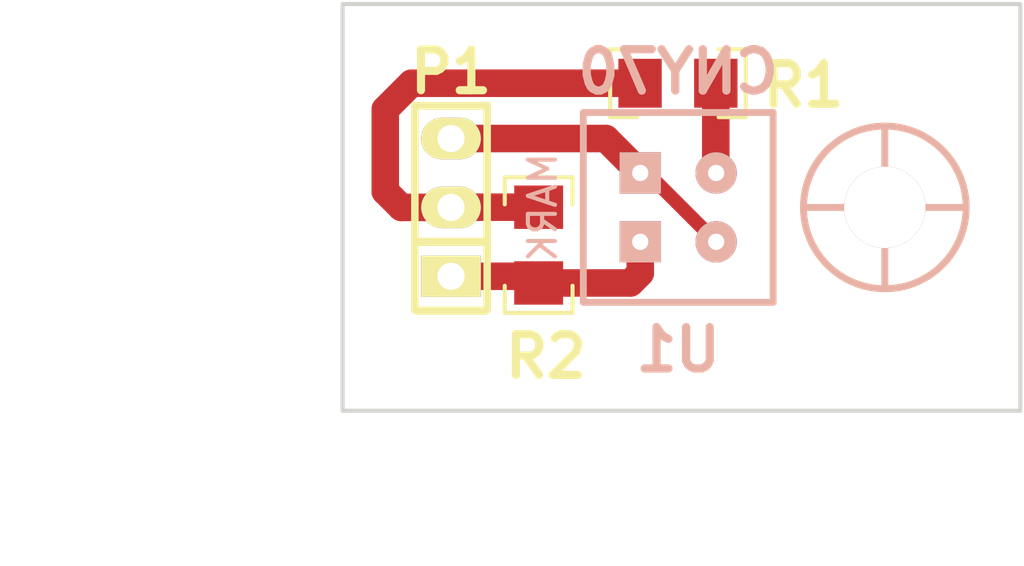
<source format=kicad_pcb>
(kicad_pcb (version 4) (host pcbnew 4.0.7)

  (general
    (links 7)
    (no_connects 3)
    (area 99.924999 99.924999 125.075001 115.075001)
    (thickness 1.6)
    (drawings 6)
    (tracks 18)
    (zones 0)
    (modules 5)
    (nets 5)
  )

  (page A4)
  (title_block
    (title "Sensor Tatami Ciclo Básico")
    (date 2017-10-30)
    (rev 1.0)
    (company "E.E.S.T. N°5")
  )

  (layers
    (0 F.Cu signal)
    (31 B.Cu signal)
    (32 B.Adhes user)
    (33 F.Adhes user)
    (34 B.Paste user)
    (35 F.Paste user)
    (36 B.SilkS user)
    (37 F.SilkS user)
    (38 B.Mask user)
    (39 F.Mask user)
    (40 Dwgs.User user)
    (41 Cmts.User user)
    (42 Eco1.User user)
    (43 Eco2.User user)
    (44 Edge.Cuts user)
    (45 Margin user)
    (46 B.CrtYd user)
    (47 F.CrtYd user)
    (48 B.Fab user)
    (49 F.Fab user)
  )

  (setup
    (last_trace_width 0.381)
    (user_trace_width 0.508)
    (user_trace_width 0.762)
    (user_trace_width 1.016)
    (user_trace_width 1.524)
    (trace_clearance 0.508)
    (zone_clearance 0.508)
    (zone_45_only no)
    (trace_min 0.381)
    (segment_width 0.2)
    (edge_width 0.15)
    (via_size 0.6)
    (via_drill 0.4)
    (via_min_size 0.4)
    (via_min_drill 0.3)
    (uvia_size 0.3)
    (uvia_drill 0.1)
    (uvias_allowed no)
    (uvia_min_size 0.2)
    (uvia_min_drill 0.1)
    (pcb_text_width 0.3)
    (pcb_text_size 1.5 1.5)
    (mod_edge_width 0.15)
    (mod_text_size 1 1)
    (mod_text_width 0.15)
    (pad_size 1.524 1.524)
    (pad_drill 0.762)
    (pad_to_mask_clearance 0.2)
    (aux_axis_origin 0 0)
    (visible_elements 7FFFFFFF)
    (pcbplotparams
      (layerselection 0x00000_00000001)
      (usegerberextensions false)
      (excludeedgelayer false)
      (linewidth 0.100000)
      (plotframeref false)
      (viasonmask false)
      (mode 1)
      (useauxorigin false)
      (hpglpennumber 1)
      (hpglpenspeed 20)
      (hpglpendiameter 15)
      (hpglpenoverlay 2)
      (psnegative false)
      (psa4output false)
      (plotreference true)
      (plotvalue true)
      (plotinvisibletext false)
      (padsonsilk false)
      (subtractmaskfromsilk false)
      (outputformat 5)
      (mirror true)
      (drillshape 1)
      (scaleselection 1)
      (outputdirectory ""))
  )

  (net 0 "")
  (net 1 VCC)
  (net 2 GND)
  (net 3 "Net-(R1-Pad2)")
  (net 4 /OUT1)

  (net_class Default "Esta es la clase de red por defecto."
    (clearance 0.508)
    (trace_width 0.381)
    (via_dia 0.6)
    (via_drill 0.4)
    (uvia_dia 0.3)
    (uvia_drill 0.1)
    (add_net /OUT1)
    (add_net GND)
    (add_net "Net-(R1-Pad2)")
    (add_net VCC)
  )

  (module EESTN5:R_1206 (layer F.Cu) (tedit 5A15AD21) (tstamp 591B92F6)
    (at 112.3696 102.9208 180)
    (descr "SMT resistor, 1206")
    (path /5927FDF1)
    (fp_text reference R1 (at -4.6304 -0.0792 180) (layer F.SilkS)
      (effects (font (size 1.5 1.5) (thickness 0.3)))
    )
    (fp_text value 220 (at 0 1.27 180) (layer F.SilkS) hide
      (effects (font (size 0.50038 0.50038) (thickness 0.11938)))
    )
    (fp_line (start 1.5 -1.25) (end 2.5 -1.25) (layer F.SilkS) (width 0.15))
    (fp_line (start 1.5 1.25) (end 2.5 1.25) (layer F.SilkS) (width 0.15))
    (fp_line (start 2.5 1.25) (end 2.5 -1.25) (layer F.SilkS) (width 0.15))
    (fp_line (start -2.5 -1.25) (end -2.5 1.25) (layer F.SilkS) (width 0.15))
    (fp_line (start -2.5 1.25) (end -1.5 1.25) (layer F.SilkS) (width 0.15))
    (fp_line (start -1.5 -1.25) (end -2.5 -1.25) (layer F.SilkS) (width 0.15))
    (pad 1 smd rect (at 1.397 0 180) (size 1.6002 1.8034) (layers F.Cu F.Paste F.Mask)
      (net 1 VCC))
    (pad 2 smd rect (at -1.397 0 180) (size 1.6002 1.8034) (layers F.Cu F.Paste F.Mask)
      (net 3 "Net-(R1-Pad2)"))
    (model R_1206.wrl
      (at (xyz 0 0 0))
      (scale (xyz 1 1 1))
      (rotate (xyz 0 0 0))
    )
  )

  (module EESTN5:R_1206 (layer F.Cu) (tedit 5A15AD30) (tstamp 591B92FC)
    (at 107.2322 108.8898 90)
    (descr "SMT resistor, 1206")
    (path /5927FDF7)
    (fp_text reference R2 (at -4.1102 0.2678 180) (layer F.SilkS)
      (effects (font (size 1.5 1.5) (thickness 0.3)))
    )
    (fp_text value 4K7 (at 0 1.27 90) (layer F.SilkS) hide
      (effects (font (size 0.50038 0.50038) (thickness 0.11938)))
    )
    (fp_line (start 1.5 -1.25) (end 2.5 -1.25) (layer F.SilkS) (width 0.15))
    (fp_line (start 1.5 1.25) (end 2.5 1.25) (layer F.SilkS) (width 0.15))
    (fp_line (start 2.5 1.25) (end 2.5 -1.25) (layer F.SilkS) (width 0.15))
    (fp_line (start -2.5 -1.25) (end -2.5 1.25) (layer F.SilkS) (width 0.15))
    (fp_line (start -2.5 1.25) (end -1.5 1.25) (layer F.SilkS) (width 0.15))
    (fp_line (start -1.5 -1.25) (end -2.5 -1.25) (layer F.SilkS) (width 0.15))
    (pad 1 smd rect (at 1.397 0 90) (size 1.6002 1.8034) (layers F.Cu F.Paste F.Mask)
      (net 1 VCC))
    (pad 2 smd rect (at -1.397 0 90) (size 1.6002 1.8034) (layers F.Cu F.Paste F.Mask)
      (net 4 /OUT1))
    (model R_1206.wrl
      (at (xyz 0 0 0))
      (scale (xyz 1 1 1))
      (rotate (xyz 0 0 0))
    )
  )

  (module EESTN5:CNY70 (layer B.Cu) (tedit 582AF4DE) (tstamp 592773EB)
    (at 112.38 107.5 180)
    (descr CNY70)
    (tags CNY70)
    (path /5927FDEB)
    (fp_text reference U1 (at 0 -5.25 180) (layer B.SilkS)
      (effects (font (thickness 0.3048)) (justify mirror))
    )
    (fp_text value CNY70 (at 0 5 180) (layer B.SilkS)
      (effects (font (thickness 0.3048)) (justify mirror))
    )
    (fp_text user MARK (at 5 0 450) (layer B.SilkS)
      (effects (font (size 1 1) (thickness 0.15)) (justify mirror))
    )
    (fp_line (start -3.5 3.5) (end -3.5 -3.5) (layer B.SilkS) (width 0.254))
    (fp_line (start 3.5 3.5) (end 3.5 -3.5) (layer B.SilkS) (width 0.254))
    (fp_line (start -3.5 3.5) (end 3.5 3.5) (layer B.SilkS) (width 0.254))
    (fp_line (start 3.5 -3.5) (end -3.5 -3.5) (layer B.SilkS) (width 0.254))
    (pad 1 thru_hole circle (at -1.4 1.27 180) (size 1.524 1.524) (drill 0.6) (layers *.Cu *.Mask B.SilkS)
      (net 3 "Net-(R1-Pad2)"))
    (pad 2 thru_hole circle (at -1.4 -1.27 180) (size 1.524 1.524) (drill 0.6) (layers *.Cu *.Mask B.SilkS)
      (net 2 GND))
    (pad 3 thru_hole rect (at 1.4 -1.27 180) (size 1.524 1.524) (drill 0.6) (layers *.Cu *.Mask B.SilkS)
      (net 4 /OUT1))
    (pad 4 thru_hole rect (at 1.4 1.27 180) (size 1.524 1.524) (drill 0.6) (layers *.Cu *.Mask B.SilkS)
      (net 2 GND))
    (model CNY70.wrl
      (at (xyz 0 0 0.005))
      (scale (xyz 0.393701 0.393701 0.393701))
      (rotate (xyz -90 0 180))
    )
  )

  (module EESTN5:Tornillo_M3_8mm (layer B.Cu) (tedit 591AF34A) (tstamp 591B92E9)
    (at 120 107.5)
    (descr "Tornillo M3 8mm Con Tuerca")
    (path /591B94EE)
    (fp_text reference H1 (at 0 3.302) (layer B.SilkS) hide
      (effects (font (thickness 0.3048)) (justify mirror))
    )
    (fp_text value Mounting_Hole (at 5.334 0) (layer B.SilkS) hide
      (effects (font (thickness 0.3048)) (justify mirror))
    )
    (fp_line (start 0 3) (end 0 -3) (layer F.SilkS) (width 0.254))
    (fp_line (start -3 0) (end 3 0) (layer F.SilkS) (width 0.254))
    (fp_circle (center 0 0) (end 3 0) (layer F.SilkS) (width 0.254))
    (fp_circle (center 0 0) (end 3 0) (layer B.SilkS) (width 0.254))
    (fp_line (start -3 0) (end 3 0) (layer B.SilkS) (width 0.254))
    (fp_line (start 0 3) (end 0 -3) (layer B.SilkS) (width 0.254))
    (pad 1 thru_hole circle (at 0 0) (size 3 3) (drill 3) (layers *.Cu B.SilkS))
    (model Tornillo_M3_8mm_Tuerca.wrl
      (at (xyz 0 0 0))
      (scale (xyz 1 1 1))
      (rotate (xyz 0 0 0))
    )
  )

  (module EESTN5:Pin_Strip_3_90 (layer F.Cu) (tedit 5A15AF48) (tstamp 5A15BD60)
    (at 104 107.5 90)
    (descr "Pin socket 6pin")
    (tags "CONN DEV")
    (path /59281795)
    (fp_text reference P1 (at 5 0 180) (layer F.SilkS)
      (effects (font (size 1.5 1.5) (thickness 0.3)))
    )
    (fp_text value CONN_01X03 (at 0 -3.429 90) (layer F.SilkS) hide
      (effects (font (size 1.016 0.889) (thickness 0.2032)))
    )
    (fp_line (start 3.81 1.016) (end 3.81 1.397) (layer F.SilkS) (width 0.15))
    (fp_line (start 3.81 1.27) (end -3.81 1.27) (layer F.SilkS) (width 0.15))
    (fp_line (start 3.81 1.397) (end -3.81 1.397) (layer F.SilkS) (width 0.15))
    (fp_line (start 3.81 -1.397) (end 3.81 -1.143) (layer F.SilkS) (width 0.15))
    (fp_line (start -3.81 -1.397) (end 3.81 -1.397) (layer F.SilkS) (width 0.15))
    (fp_line (start 3.81 -1.27) (end -3.81 -1.27) (layer F.SilkS) (width 0.15))
    (fp_line (start 3.683 1.27) (end 3.683 -1.27) (layer F.SilkS) (width 0.15))
    (fp_line (start 3.81 -1.27) (end 3.81 1.27) (layer F.SilkS) (width 0.15))
    (fp_line (start -1.27 -1.27) (end -1.27 1.27) (layer F.SilkS) (width 0.3048))
    (fp_line (start -3.81 1.27) (end -3.81 -1.27) (layer F.SilkS) (width 0.3048))
    (pad 1 thru_hole rect (at -2.54 0 90) (size 1.524 2.19964) (drill 1.00076) (layers *.Cu *.Mask F.SilkS)
      (net 4 /OUT1))
    (pad 2 thru_hole oval (at 0 0 90) (size 1.524 2.19964) (drill 1.00076) (layers *.Cu *.Mask F.SilkS)
      (net 1 VCC))
    (pad 3 thru_hole oval (at 2.54 0 90) (size 1.524 2.19964) (drill 1.00076) (layers *.Cu *.Mask F.SilkS)
      (net 2 GND))
    (model Pin_strip_3-90.wrl
      (at (xyz 0 0 0))
      (scale (xyz 1 1 1))
      (rotate (xyz 0 0 0))
    )
  )

  (dimension 25 (width 0.3) (layer Dwgs.User)
    (gr_text 25,000mm (at 112.5 121.35) (layer Dwgs.User)
      (effects (font (size 1.5 1.5) (thickness 0.3)))
    )
    (feature1 (pts (xy 125 115) (xy 125 122.7)))
    (feature2 (pts (xy 100 115) (xy 100 122.7)))
    (crossbar (pts (xy 100 120) (xy 125 120)))
    (arrow1a (pts (xy 125 120) (xy 123.873496 120.586421)))
    (arrow1b (pts (xy 125 120) (xy 123.873496 119.413579)))
    (arrow2a (pts (xy 100 120) (xy 101.126504 120.586421)))
    (arrow2b (pts (xy 100 120) (xy 101.126504 119.413579)))
  )
  (dimension 15 (width 0.3) (layer Dwgs.User)
    (gr_text 15,000mm (at 93.65 107.5 90) (layer Dwgs.User)
      (effects (font (size 1.5 1.5) (thickness 0.3)))
    )
    (feature1 (pts (xy 100 100) (xy 92.3 100)))
    (feature2 (pts (xy 100 115) (xy 92.3 115)))
    (crossbar (pts (xy 95 115) (xy 95 100)))
    (arrow1a (pts (xy 95 100) (xy 95.586421 101.126504)))
    (arrow1b (pts (xy 95 100) (xy 94.413579 101.126504)))
    (arrow2a (pts (xy 95 115) (xy 95.586421 113.873496)))
    (arrow2b (pts (xy 95 115) (xy 94.413579 113.873496)))
  )
  (gr_line (start 100 115) (end 100 100) (layer Edge.Cuts) (width 0.15))
  (gr_line (start 125 115) (end 100 115) (layer Edge.Cuts) (width 0.15))
  (gr_line (start 125 100) (end 125 115) (layer Edge.Cuts) (width 0.15))
  (gr_line (start 100 100) (end 125 100) (layer Edge.Cuts) (width 0.15))

  (segment (start 110.9726 102.9208) (end 102.5398 102.9208) (width 1.016) (layer F.Cu) (net 1))
  (segment (start 102.166 107.5) (end 104 107.5) (width 1.016) (layer F.Cu) (net 1) (tstamp 595FFE7C))
  (segment (start 101.5746 106.9086) (end 102.166 107.5) (width 1.016) (layer F.Cu) (net 1) (tstamp 595FFE7B))
  (segment (start 101.5746 103.886) (end 101.5746 106.9086) (width 1.016) (layer F.Cu) (net 1) (tstamp 595FFE7A))
  (segment (start 102.5398 102.9208) (end 101.5746 103.886) (width 1.016) (layer F.Cu) (net 1) (tstamp 595FFE79))
  (segment (start 107.2322 107.4928) (end 104.0072 107.4928) (width 1.016) (layer F.Cu) (net 1))
  (segment (start 104.0072 107.4928) (end 104 107.5) (width 1.016) (layer F.Cu) (net 1))
  (segment (start 110.98 106.23) (end 111.24 106.23) (width 0.508) (layer F.Cu) (net 2))
  (segment (start 111.24 106.23) (end 113.78 108.77) (width 0.508) (layer F.Cu) (net 2) (tstamp 595FFE89))
  (segment (start 104 104.96) (end 109.71 104.96) (width 1.016) (layer F.Cu) (net 2))
  (segment (start 109.71 104.96) (end 110.98 106.23) (width 1.016) (layer F.Cu) (net 2) (tstamp 595FFE81))
  (segment (start 113.7666 102.9208) (end 113.7666 106.2166) (width 1.016) (layer F.Cu) (net 3))
  (segment (start 113.7666 106.2166) (end 113.78 106.23) (width 1.016) (layer F.Cu) (net 3) (tstamp 595FFE76))
  (segment (start 107.2322 110.2868) (end 110.617 110.2868) (width 1.016) (layer F.Cu) (net 4))
  (segment (start 110.98 109.9238) (end 110.98 108.77) (width 1.016) (layer F.Cu) (net 4) (tstamp 595FFE58))
  (segment (start 110.617 110.2868) (end 110.98 109.9238) (width 1.016) (layer F.Cu) (net 4) (tstamp 595FFE57))
  (segment (start 104 110.04) (end 106.9854 110.04) (width 1.016) (layer F.Cu) (net 4))
  (segment (start 106.9854 110.04) (end 107.2322 110.2868) (width 1.016) (layer F.Cu) (net 4))

)

</source>
